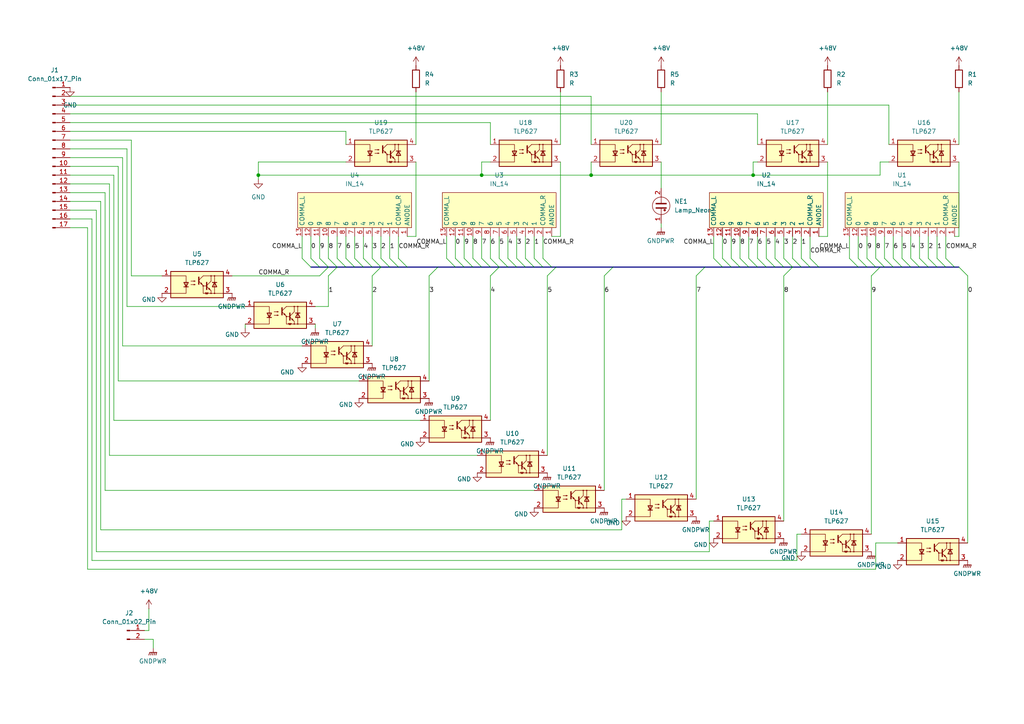
<source format=kicad_sch>
(kicad_sch (version 20231120) (generator "eeschema") (generator_version "8.0")
  (paper "A4")
  (lib_symbols
    (symbol "Connector:Conn_01x02_Pin" (pin_names (offset 1.016) hide)
      (property "Reference" "J" (at 0 2.54 0))
      (property "Value" "Conn_01x02_Pin" (at 0 -5.08 0))
      (symbol "Conn_01x02_Pin_1_1"
        (polyline (pts (xy 1.27 -2.54) (xy 0.8636 -2.54)) (stroke (width 0.1524)))
        (polyline (pts (xy 1.27 0) (xy 0.8636 0)) (stroke (width 0.1524)))
        (rectangle (start 0.8636 -2.413) (end 0 -2.667) (stroke (width 0.1524)) (fill (type outline)))
        (rectangle (start 0.8636 0.127) (end 0 -0.127) (stroke (width 0.1524)) (fill (type outline)))
        (pin passive line (at 5.08 0 180) (length 3.81) (name "Pin_1") (number "1"))
        (pin passive line (at 5.08 -2.54 180) (length 3.81) (name "Pin_2") (number "2"))
      )
    )
    (symbol "Connector:Conn_01x17_Pin" (pin_names (offset 1.016) hide)
      (property "Reference" "J" (at 0 22.86 0))
      (property "Value" "Conn_01x17_Pin" (at 0 -22.86 0))
      (symbol "Conn_01x17_Pin_1_1"
        (polyline (pts (xy 1.27 -20.32) (xy 0.8636 -20.32)) (stroke (width 0.1524)))
        (polyline (pts (xy 1.27 -17.78) (xy 0.8636 -17.78)) (stroke (width 0.1524)))
        (polyline (pts (xy 1.27 -15.24) (xy 0.8636 -15.24)) (stroke (width 0.1524)))
        (polyline (pts (xy 1.27 -12.7) (xy 0.8636 -12.7)) (stroke (width 0.1524)))
        (polyline (pts (xy 1.27 -10.16) (xy 0.8636 -10.16)) (stroke (width 0.1524)))
        (polyline (pts (xy 1.27 -7.62) (xy 0.8636 -7.62)) (stroke (width 0.1524)))
        (polyline (pts (xy 1.27 -5.08) (xy 0.8636 -5.08)) (stroke (width 0.1524)))
        (polyline (pts (xy 1.27 -2.54) (xy 0.8636 -2.54)) (stroke (width 0.1524)))
        (polyline (pts (xy 1.27 0) (xy 0.8636 0)) (stroke (width 0.1524)))
        (polyline (pts (xy 1.27 2.54) (xy 0.8636 2.54)) (stroke (width 0.1524)))
        (polyline (pts (xy 1.27 5.08) (xy 0.8636 5.08)) (stroke (width 0.1524)))
        (polyline (pts (xy 1.27 7.62) (xy 0.8636 7.62)) (stroke (width 0.1524)))
        (polyline (pts (xy 1.27 10.16) (xy 0.8636 10.16)) (stroke (width 0.1524)))
        (polyline (pts (xy 1.27 12.7) (xy 0.8636 12.7)) (stroke (width 0.1524)))
        (polyline (pts (xy 1.27 15.24) (xy 0.8636 15.24)) (stroke (width 0.1524)))
        (polyline (pts (xy 1.27 17.78) (xy 0.8636 17.78)) (stroke (width 0.1524)))
        (polyline (pts (xy 1.27 20.32) (xy 0.8636 20.32)) (stroke (width 0.1524)))
        (rectangle (start 0.8636 -20.193) (end 0 -20.447) (stroke (width 0.1524)) (fill (type outline)))
        (rectangle (start 0.8636 -17.653) (end 0 -17.907) (stroke (width 0.1524)) (fill (type outline)))
        (rectangle (start 0.8636 -15.113) (end 0 -15.367) (stroke (width 0.1524)) (fill (type outline)))
        (rectangle (start 0.8636 -12.573) (end 0 -12.827) (stroke (width 0.1524)) (fill (type outline)))
        (rectangle (start 0.8636 -10.033) (end 0 -10.287) (stroke (width 0.1524)) (fill (type outline)))
        (rectangle (start 0.8636 -7.493) (end 0 -7.747) (stroke (width 0.1524)) (fill (type outline)))
        (rectangle (start 0.8636 -4.953) (end 0 -5.207) (stroke (width 0.1524)) (fill (type outline)))
        (rectangle (start 0.8636 -2.413) (end 0 -2.667) (stroke (width 0.1524)) (fill (type outline)))
        (rectangle (start 0.8636 0.127) (end 0 -0.127) (stroke (width 0.1524)) (fill (type outline)))
        (rectangle (start 0.8636 2.667) (end 0 2.413) (stroke (width 0.1524)) (fill (type outline)))
        (rectangle (start 0.8636 5.207) (end 0 4.953) (stroke (width 0.1524)) (fill (type outline)))
        (rectangle (start 0.8636 7.747) (end 0 7.493) (stroke (width 0.1524)) (fill (type outline)))
        (rectangle (start 0.8636 10.287) (end 0 10.033) (stroke (width 0.1524)) (fill (type outline)))
        (rectangle (start 0.8636 12.827) (end 0 12.573) (stroke (width 0.1524)) (fill (type outline)))
        (rectangle (start 0.8636 15.367) (end 0 15.113) (stroke (width 0.1524)) (fill (type outline)))
        (rectangle (start 0.8636 17.907) (end 0 17.653) (stroke (width 0.1524)) (fill (type outline)))
        (rectangle (start 0.8636 20.447) (end 0 20.193) (stroke (width 0.1524)) (fill (type outline)))
        (pin passive line (at 5.08 20.32 180) (length 3.81) (name "Pin_1") (number "1"))
        (pin passive line (at 5.08 -2.54 180) (length 3.81) (name "Pin_10") (number "10"))
        (pin passive line (at 5.08 -5.08 180) (length 3.81) (name "Pin_11") (number "11"))
        (pin passive line (at 5.08 -7.62 180) (length 3.81) (name "Pin_12") (number "12"))
        (pin passive line (at 5.08 -10.16 180) (length 3.81) (name "Pin_13") (number "13"))
        (pin passive line (at 5.08 -12.7 180) (length 3.81) (name "Pin_14") (number "14"))
        (pin passive line (at 5.08 -15.24 180) (length 3.81) (name "Pin_15") (number "15"))
        (pin passive line (at 5.08 -17.78 180) (length 3.81) (name "Pin_16") (number "16"))
        (pin passive line (at 5.08 -20.32 180) (length 3.81) (name "Pin_17") (number "17"))
        (pin passive line (at 5.08 17.78 180) (length 3.81) (name "Pin_2") (number "2"))
        (pin passive line (at 5.08 15.24 180) (length 3.81) (name "Pin_3") (number "3"))
        (pin passive line (at 5.08 12.7 180) (length 3.81) (name "Pin_4") (number "4"))
        (pin passive line (at 5.08 10.16 180) (length 3.81) (name "Pin_5") (number "5"))
        (pin passive line (at 5.08 7.62 180) (length 3.81) (name "Pin_6") (number "6"))
        (pin passive line (at 5.08 5.08 180) (length 3.81) (name "Pin_7") (number "7"))
        (pin passive line (at 5.08 2.54 180) (length 3.81) (name "Pin_8") (number "8"))
        (pin passive line (at 5.08 0 180) (length 3.81) (name "Pin_9") (number "9"))
      )
    )
    (symbol "Device:Lamp_Neon" (pin_names (offset 0.0254) hide)
      (property "Reference" "NE" (at 0.635 3.81 0))
      (property "Value" "Lamp_Neon" (at 0.635 -3.81 0))
      (symbol "Lamp_Neon_0_1"
        (rectangle (start -1.524 -0.508) (end 1.524 -0.762) (fill (type outline)))
        (rectangle (start -1.524 0.762) (end 1.524 0.508) (fill (type outline)))
        (polyline (pts (xy 0 -2.54) (xy 0 -0.762)))
        (polyline (pts (xy 0 0.762) (xy 0 2.54)))
        (circle (center 0 0) (radius 2.54))
        (circle (center 1.016 -1.27) (radius 0.254) (fill (type outline)))
      )
      (symbol "Lamp_Neon_1_1"
        (pin passive line (at 0 -5.08 90) (length 2.54) (name "~") (number "1"))
        (pin passive line (at 0 5.08 270) (length 2.54) (name "~") (number "2"))
      )
    )
    (symbol "Device:R" (pin_numbers hide) (pin_names (offset 0))
      (property "Reference" "R" (at 2.032 0 90))
      (property "Value" "R" (at 0 0 90))
      (symbol "R_0_1"
        (rectangle (start -1.016 -2.54) (end 1.016 2.54) (stroke (width 0.254)))
      )
      (symbol "R_1_1"
        (pin passive line (at 0 3.81 270) (length 1.27) (name "~") (number "1"))
        (pin passive line (at 0 -3.81 90) (length 1.27) (name "~") (number "2"))
      )
    )
    (symbol "Isolator:TLP627" (pin_names (offset 1.016))
      (property "Reference" "U" (at -7.62 5.08 0))
      (property "Value" "TLP627" (at 0 5.08 0))
      (symbol "TLP627_0_1"
        (rectangle (start -7.62 3.81) (end 7.62 -3.81) (stroke (width 0.254)) (fill (type background)))
        (polyline (pts (xy -3.81 -0.635) (xy -2.54 -0.635)) (stroke (width 0.254)))
        (polyline (pts (xy 0.508 1.016) (xy 1.778 -0.254)))
        (polyline (pts (xy 0.508 1.27) (xy 1.778 2.54)))
        (polyline (pts (xy 0.508 2.159) (xy 0.508 0.127)) (stroke (width 0.3556)))
        (polyline (pts (xy 1.778 2.54) (xy 7.62 2.54)))
        (polyline (pts (xy 2.794 -0.508) (xy 4.064 -1.778)))
        (polyline (pts (xy 2.794 -0.381) (xy 1.778 -0.381)))
        (polyline (pts (xy 2.794 -0.254) (xy 4.064 1.016)))
        (polyline (pts (xy 4.064 -2.54) (xy 7.62 -2.54)))
        (polyline (pts (xy 4.064 -1.778) (xy 4.064 -2.54)))
        (polyline (pts (xy 4.064 1.016) (xy 4.064 2.54)))
        (polyline (pts (xy 4.445 0.635) (xy 5.715 0.635)) (stroke (width 0.254)))
        (polyline (pts (xy 5.08 -0.635) (xy 5.08 -2.54)))
        (polyline (pts (xy 5.08 -0.635) (xy 5.08 2.54)))
        (polyline (pts (xy -7.62 2.54) (xy -3.175 2.54) (xy -3.175 0.635)))
        (polyline (pts (xy -3.175 0.762) (xy -3.175 -2.54) (xy -7.62 -2.54)))
        (polyline (pts (xy 2.794 0.635) (xy 2.794 -1.397) (xy 2.794 -1.397)) (stroke (width 0.3556)))
        (polyline (pts (xy -3.175 -0.635) (xy -3.81 0.635) (xy -2.54 0.635) (xy -3.175 -0.635)) (stroke (width 0.254)))
        (polyline (pts (xy 1.524 0) (xy 1.27 0.508) (xy 1.016 0.254) (xy 1.524 0)))
        (polyline (pts (xy 3.81 -1.524) (xy 3.556 -1.016) (xy 3.302 -1.27) (xy 3.81 -1.524)))
        (polyline (pts (xy 5.08 0.635) (xy 4.445 -0.635) (xy 5.715 -0.635) (xy 5.08 0.635)) (stroke (width 0.254)))
        (polyline (pts (xy -1.778 0) (xy -0.508 0) (xy -0.889 -0.127) (xy -0.889 0.127) (xy -0.508 0)))
        (polyline (pts (xy -1.778 1.016) (xy -0.508 1.016) (xy -0.889 0.889) (xy -0.889 1.143) (xy -0.508 1.016)))
        (polyline (pts (xy 1.778 -0.254) (xy 1.778 -2.54) (xy 2.286 -2.54) (xy 2.413 -2.286) (xy 2.54 -2.794) (xy 2.667 -2.286) (xy 2.794 -2.794) (xy 2.921 -2.286) (xy 3.048 -2.794) (xy 3.175 -2.286) (xy 3.302 -2.54) (xy 4.064 -2.54)))
        (circle (center 1.778 -0.381) (radius 0.127))
        (circle (center 4.064 -2.54) (radius 0.127))
        (circle (center 4.064 2.54) (radius 0.127))
        (circle (center 5.08 -2.54) (radius 0.127))
        (circle (center 5.08 2.54) (radius 0.127))
      )
      (symbol "TLP627_1_1"
        (pin passive line (at -10.16 2.54 0) (length 2.54) (name "~") (number "1"))
        (pin passive line (at -10.16 -2.54 0) (length 2.54) (name "~") (number "2"))
        (pin passive line (at 10.16 -2.54 180) (length 2.54) (name "~") (number "3"))
        (pin passive line (at 10.16 2.54 180) (length 2.54) (name "~") (number "4"))
      )
    )
    (symbol "in_14:IN_14"
      (property "Reference" "U" (at -3.302 18.542 0))
      (property "Value" "IN_14" (at -1.27 16.51 0))
      (symbol "IN_14_1_1"
        (rectangle (start -5.08 15.24) (end 5.08 -17.78) (fill (type background)))
        (pin power_in line (at -7.62 -16.51 0) (length 2.54) (name "ANODE") (number "1"))
        (pin unspecified line (at -7.62 6.35 0) (length 2.54) (name "8") (number "10"))
        (pin unspecified line (at -7.62 8.89 0) (length 2.54) (name "9") (number "11"))
        (pin unspecified line (at -7.62 11.43 0) (length 2.54) (name "0") (number "12"))
        (pin unspecified line (at -7.62 13.97 0) (length 2.54) (name "COMMA_L") (number "13"))
        (pin unspecified line (at -7.62 -13.97 0) (length 2.54) (name "COMMA_R") (number "2"))
        (pin unspecified line (at -7.62 -11.43 0) (length 2.54) (name "1") (number "3"))
        (pin unspecified line (at -7.62 -8.89 0) (length 2.54) (name "2") (number "4"))
        (pin unspecified line (at -7.62 -6.35 0) (length 2.54) (name "3") (number "5"))
        (pin unspecified line (at -7.62 -3.81 0) (length 2.54) (name "4") (number "6"))
        (pin unspecified line (at -7.62 -1.27 0) (length 2.54) (name "5") (number "7"))
        (pin unspecified line (at -7.62 1.27 0) (length 2.54) (name "6") (number "8"))
        (pin unspecified line (at -7.62 3.81 0) (length 2.54) (name "7") (number "9"))
      )
    )
    (symbol "power:+48V" (power) (pin_numbers hide) (pin_names (offset 0) hide)
      (property "Value" "+48V" (at 0 3.556 0))
      (symbol "+48V_0_1"
        (polyline (pts (xy -0.762 1.27) (xy 0 2.54)))
        (polyline (pts (xy 0 0) (xy 0 2.54)))
        (polyline (pts (xy 0 2.54) (xy 0.762 1.27)))
      )
      (symbol "+48V_1_1"
        (pin power_in line (at 0 0 90) (length 0) (name "~") (number "1"))
      )
    )
    (symbol "power:GND" (power) (pin_numbers hide) (pin_names (offset 0) hide)
      (property "Value" "GND" (at 0 -3.81 0))
      (symbol "GND_0_1"
        (polyline (pts (xy 0 0) (xy 0 -1.27) (xy 1.27 -1.27) (xy 0 -2.54) (xy -1.27 -1.27) (xy 0 -1.27)))
      )
      (symbol "GND_1_1"
        (pin power_in line (at 0 0 270) (length 0) (name "~") (number "1"))
      )
    )
    (symbol "power:GNDPWR" (power) (pin_numbers hide) (pin_names (offset 0) hide)
      (property "Value" "GNDPWR" (at 0 -3.302 0))
      (symbol "GNDPWR_0_1"
        (polyline (pts (xy 0 -1.27) (xy 0 0)))
        (polyline (pts (xy -1.016 -1.27) (xy -1.27 -2.032) (xy -1.27 -2.032)) (stroke (width 0.2032)))
        (polyline (pts (xy -0.508 -1.27) (xy -0.762 -2.032) (xy -0.762 -2.032)) (stroke (width 0.2032)))
        (polyline (pts (xy 0 -1.27) (xy -0.254 -2.032) (xy -0.254 -2.032)) (stroke (width 0.2032)))
        (polyline (pts (xy 0.508 -1.27) (xy 0.254 -2.032) (xy 0.254 -2.032)) (stroke (width 0.2032)))
        (polyline (pts (xy 1.016 -1.27) (xy -1.016 -1.27) (xy -1.016 -1.27)) (stroke (width 0.2032)))
        (polyline (pts (xy 1.016 -1.27) (xy 0.762 -2.032) (xy 0.762 -2.032) (xy 0.762 -2.032)) (stroke (width 0.2032)))
      )
      (symbol "GNDPWR_1_1"
        (pin power_in line (at 0 0 270) (length 0) (name "~") (number "1"))
      )
    )
  )
  (junction (at 218.44 50.8))
  (junction (at 74.93 50.8))
  (junction (at 171.45 50.8))
  (junction (at 139.7 50.8))
  (bus_entry (at 207.01 74.93) (size 2.54 2.54))
  (bus_entry (at 214.63 74.93) (size 2.54 2.54))
  (bus_entry (at 232.41 74.93) (size 2.54 2.54))
  (bus_entry (at 229.87 74.93) (size 2.54 2.54))
  (bus_entry (at 142.24 74.93) (size 2.54 2.54))
  (bus_entry (at 259.08 74.93) (size 2.54 2.54))
  (bus_entry (at 274.32 74.93) (size 2.54 2.54))
  (bus_entry (at 129.54 74.93) (size 2.54 2.54))
  (bus_entry (at 134.62 74.93) (size 2.54 2.54))
  (bus_entry (at 139.7 74.93) (size 2.54 2.54))
  (bus_entry (at 209.55 74.93) (size 2.54 2.54))
  (bus_entry (at 90.17 74.93) (size 2.54 2.54))
  (bus_entry (at 251.46 74.93) (size 2.54 2.54))
  (bus_entry (at 87.63 74.93) (size 2.54 2.54))
  (bus_entry (at 147.32 74.93) (size 2.54 2.54))
  (bus_entry (at 254 74.93) (size 2.54 2.54))
  (bus_entry (at 175.26 80.01) (size 2.54 -2.54))
  (bus_entry (at 157.48 74.93) (size 2.54 2.54))
  (bus_entry (at 144.78 74.93) (size 2.54 2.54))
  (bus_entry (at 227.33 80.01) (size 2.54 -2.54))
  (bus_entry (at 115.57 74.93) (size 2.54 2.54))
  (bus_entry (at 280.67 80.01) (size -2.54 -2.54))
  (bus_entry (at 113.03 74.93) (size 2.54 2.54))
  (bus_entry (at 234.95 74.93) (size 2.54 2.54))
  (bus_entry (at 149.86 74.93) (size 2.54 2.54))
  (bus_entry (at 102.87 74.93) (size 2.54 2.54))
  (bus_entry (at 154.94 74.93) (size 2.54 2.54))
  (bus_entry (at 261.62 74.93) (size 2.54 2.54))
  (bus_entry (at 246.38 74.93) (size 2.54 2.54))
  (bus_entry (at 107.95 74.93) (size 2.54 2.54))
  (bus_entry (at 152.4 74.93) (size 2.54 2.54))
  (bus_entry (at 266.7 74.93) (size 2.54 2.54))
  (bus_entry (at 158.75 80.01) (size 2.54 -2.54))
  (bus_entry (at 100.33 74.93) (size 2.54 2.54))
  (bus_entry (at 227.33 74.93) (size 2.54 2.54))
  (bus_entry (at 219.71 74.93) (size 2.54 2.54))
  (bus_entry (at 92.71 74.93) (size 2.54 2.54))
  (bus_entry (at 105.41 74.93) (size 2.54 2.54))
  (bus_entry (at 256.54 74.93) (size 2.54 2.54))
  (bus_entry (at 124.46 80.01) (size 2.54 -2.54))
  (bus_entry (at 137.16 74.93) (size 2.54 2.54))
  (bus_entry (at 217.17 74.93) (size 2.54 2.54))
  (bus_entry (at 95.25 74.93) (size 2.54 2.54))
  (bus_entry (at 264.16 74.93) (size 2.54 2.54))
  (bus_entry (at 92.71 80.01) (size 2.54 -2.54))
  (bus_entry (at 269.24 74.93) (size 2.54 2.54))
  (bus_entry (at 142.24 80.01) (size 2.54 -2.54))
  (bus_entry (at 201.93 80.01) (size 2.54 -2.54))
  (bus_entry (at 110.49 74.93) (size 2.54 2.54))
  (bus_entry (at 97.79 74.93) (size 2.54 2.54))
  (bus_entry (at 95.25 80.01) (size 2.54 -2.54))
  (bus_entry (at 252.73 80.01) (size 2.54 -2.54))
  (bus_entry (at 224.79 74.93) (size 2.54 2.54))
  (bus_entry (at 271.78 74.93) (size 2.54 2.54))
  (bus_entry (at 107.95 80.01) (size 2.54 -2.54))
  (bus_entry (at 248.92 74.93) (size 2.54 2.54))
  (bus_entry (at 212.09 74.93) (size 2.54 2.54))
  (bus_entry (at 132.08 74.93) (size 2.54 2.54))
  (bus_entry (at 222.25 74.93) (size 2.54 2.54))
  (bus (pts (xy 132.08 77.47) (xy 134.62 77.47)))
  (wire (pts (xy 38.1 80.01) (xy 46.99 80.01)))
  (bus (pts (xy 266.7 77.47) (xy 269.24 77.47)))
  (wire (pts (xy 214.63 68.58) (xy 214.63 74.93)))
  (wire (pts (xy 95.25 80.01) (xy 95.25 88.9)))
  (wire (pts (xy 26.67 162.56) (xy 26.67 63.5)))
  (wire (pts (xy 36.83 88.9) (xy 36.83 43.18)))
  (wire (pts (xy 207.01 68.58) (xy 207.01 74.93)))
  (bus (pts (xy 229.87 77.47) (xy 232.41 77.47)))
  (wire (pts (xy 219.71 68.58) (xy 219.71 74.93)))
  (bus (pts (xy 154.94 77.47) (xy 157.48 77.47)))
  (bus (pts (xy 110.49 77.47) (xy 113.03 77.47)))
  (wire (pts (xy 91.44 93.98) (xy 91.44 95.25)))
  (wire (pts (xy 90.17 68.58) (xy 90.17 74.93)))
  (bus (pts (xy 161.29 77.47) (xy 177.8 77.47)))
  (wire (pts (xy 29.21 153.67) (xy 180.34 153.67)))
  (bus (pts (xy 209.55 77.47) (xy 212.09 77.47)))
  (wire (pts (xy 71.12 93.98) (xy 71.12 95.25)))
  (wire (pts (xy 27.94 160.02) (xy 205.74 160.02)))
  (wire (pts (xy 105.41 68.58) (xy 105.41 74.93)))
  (wire (pts (xy 139.7 50.8) (xy 74.93 50.8)))
  (bus (pts (xy 256.54 77.47) (xy 259.08 77.47)))
  (wire (pts (xy 259.08 68.58) (xy 259.08 74.93)))
  (bus (pts (xy 276.86 77.47) (xy 278.13 77.47)))
  (wire (pts (xy 25.4 165.1) (xy 254 165.1)))
  (wire (pts (xy 30.48 55.88) (xy 20.32 55.88)))
  (wire (pts (xy 144.78 68.58) (xy 144.78 74.93)))
  (wire (pts (xy 191.77 46.99) (xy 191.77 54.61)))
  (wire (pts (xy 20.32 38.1) (xy 100.33 38.1)))
  (wire (pts (xy 207.01 151.13) (xy 205.74 151.13)))
  (wire (pts (xy 280.67 80.01) (xy 280.67 157.48)))
  (bus (pts (xy 217.17 77.47) (xy 219.71 77.47)))
  (bus (pts (xy 90.17 77.47) (xy 92.71 77.47)))
  (wire (pts (xy 41.91 185.42) (xy 44.45 185.42)))
  (wire (pts (xy 132.08 68.58) (xy 132.08 74.93)))
  (wire (pts (xy 139.7 46.99) (xy 139.7 50.8)))
  (wire (pts (xy 95.25 68.58) (xy 95.25 74.93)))
  (bus (pts (xy 95.25 77.47) (xy 97.79 77.47)))
  (wire (pts (xy 212.09 68.58) (xy 212.09 74.93)))
  (bus (pts (xy 113.03 77.47) (xy 115.57 77.47)))
  (wire (pts (xy 120.65 68.58) (xy 118.11 68.58)))
  (wire (pts (xy 29.21 58.42) (xy 20.32 58.42)))
  (bus (pts (xy 102.87 77.47) (xy 105.41 77.47)))
  (bus (pts (xy 234.95 77.47) (xy 237.49 77.47)))
  (wire (pts (xy 20.32 30.48) (xy 257.81 30.48)))
  (bus (pts (xy 134.62 77.47) (xy 137.16 77.47)))
  (wire (pts (xy 31.75 53.34) (xy 20.32 53.34)))
  (bus (pts (xy 115.57 77.47) (xy 118.11 77.47)))
  (wire (pts (xy 74.93 46.99) (xy 74.93 50.8)))
  (wire (pts (xy 38.1 80.01) (xy 38.1 40.64)))
  (wire (pts (xy 44.45 185.42) (xy 44.45 187.96)))
  (bus (pts (xy 274.32 77.47) (xy 276.86 77.47)))
  (wire (pts (xy 100.33 41.91) (xy 100.33 38.1)))
  (wire (pts (xy 240.03 68.58) (xy 237.49 68.58)))
  (wire (pts (xy 134.62 68.58) (xy 134.62 74.93)))
  (wire (pts (xy 254 68.58) (xy 254 74.93)))
  (wire (pts (xy 124.46 80.01) (xy 124.46 110.49)))
  (bus (pts (xy 92.71 77.47) (xy 95.25 77.47)))
  (wire (pts (xy 142.24 80.01) (xy 142.24 121.92)))
  (wire (pts (xy 36.83 43.18) (xy 20.32 43.18)))
  (wire (pts (xy 248.92 68.58) (xy 248.92 74.93)))
  (wire (pts (xy 107.95 68.58) (xy 107.95 74.93)))
  (wire (pts (xy 120.65 46.99) (xy 120.65 68.58)))
  (wire (pts (xy 74.93 46.99) (xy 100.33 46.99)))
  (wire (pts (xy 26.67 63.5) (xy 20.32 63.5)))
  (wire (pts (xy 87.63 68.58) (xy 87.63 74.93)))
  (wire (pts (xy 31.75 132.08) (xy 138.43 132.08)))
  (wire (pts (xy 255.27 50.8) (xy 218.44 50.8)))
  (wire (pts (xy 162.56 68.58) (xy 160.02 68.58)))
  (bus (pts (xy 144.78 77.47) (xy 147.32 77.47)))
  (bus (pts (xy 219.71 77.47) (xy 222.25 77.47)))
  (wire (pts (xy 255.27 46.99) (xy 255.27 50.8)))
  (wire (pts (xy 175.26 80.01) (xy 175.26 142.24)))
  (wire (pts (xy 139.7 68.58) (xy 139.7 74.93)))
  (wire (pts (xy 171.45 50.8) (xy 139.7 50.8)))
  (wire (pts (xy 149.86 68.58) (xy 149.86 74.93)))
  (wire (pts (xy 191.77 64.77) (xy 191.77 66.04)))
  (wire (pts (xy 264.16 68.58) (xy 264.16 74.93)))
  (bus (pts (xy 149.86 77.47) (xy 152.4 77.47)))
  (wire (pts (xy 219.71 46.99) (xy 218.44 46.99)))
  (bus (pts (xy 100.33 77.47) (xy 102.87 77.47)))
  (wire (pts (xy 35.56 100.33) (xy 87.63 100.33)))
  (bus (pts (xy 269.24 77.47) (xy 271.78 77.47)))
  (wire (pts (xy 269.24 68.58) (xy 269.24 74.93)))
  (bus (pts (xy 227.33 77.47) (xy 229.87 77.47)))
  (wire (pts (xy 25.4 165.1) (xy 25.4 66.04)))
  (wire (pts (xy 20.32 35.56) (xy 142.24 35.56)))
  (wire (pts (xy 276.86 68.58) (xy 278.13 68.58)))
  (wire (pts (xy 181.61 144.78) (xy 180.34 144.78)))
  (bus (pts (xy 142.24 77.47) (xy 144.78 77.47)))
  (bus (pts (xy 237.49 77.47) (xy 248.92 77.47)))
  (wire (pts (xy 256.54 68.58) (xy 256.54 74.93)))
  (wire (pts (xy 33.02 50.8) (xy 20.32 50.8)))
  (bus (pts (xy 264.16 77.47) (xy 266.7 77.47)))
  (wire (pts (xy 191.77 26.67) (xy 191.77 41.91)))
  (wire (pts (xy 218.44 50.8) (xy 171.45 50.8)))
  (bus (pts (xy 224.79 77.47) (xy 227.33 77.47)))
  (wire (pts (xy 205.74 151.13) (xy 205.74 160.02)))
  (wire (pts (xy 129.54 68.58) (xy 129.54 74.93)))
  (wire (pts (xy 147.32 68.58) (xy 147.32 74.93)))
  (bus (pts (xy 137.16 77.47) (xy 139.7 77.47)))
  (wire (pts (xy 35.56 45.72) (xy 20.32 45.72)))
  (wire (pts (xy 34.29 110.49) (xy 34.29 48.26)))
  (wire (pts (xy 240.03 46.99) (xy 240.03 68.58)))
  (wire (pts (xy 27.94 160.02) (xy 27.94 60.96)))
  (bus (pts (xy 147.32 77.47) (xy 149.86 77.47)))
  (wire (pts (xy 180.34 144.78) (xy 180.34 153.67)))
  (wire (pts (xy 74.93 50.8) (xy 74.93 52.07)))
  (wire (pts (xy 38.1 40.64) (xy 20.32 40.64)))
  (wire (pts (xy 252.73 80.01) (xy 252.73 154.94)))
  (wire (pts (xy 209.55 68.58) (xy 209.55 74.93)))
  (wire (pts (xy 201.93 80.01) (xy 201.93 144.78)))
  (wire (pts (xy 91.44 88.9) (xy 95.25 88.9)))
  (wire (pts (xy 107.95 80.01) (xy 107.95 100.33)))
  (wire (pts (xy 222.25 68.58) (xy 222.25 74.93)))
  (wire (pts (xy 26.67 162.56) (xy 231.14 162.56)))
  (wire (pts (xy 227.33 80.01) (xy 227.33 151.13)))
  (wire (pts (xy 162.56 26.67) (xy 162.56 41.91)))
  (wire (pts (xy 266.7 68.58) (xy 266.7 74.93)))
  (wire (pts (xy 33.02 121.92) (xy 33.02 50.8)))
  (bus (pts (xy 160.02 77.47) (xy 161.29 77.47)))
  (bus (pts (xy 251.46 77.47) (xy 254 77.47)))
  (wire (pts (xy 246.38 68.58) (xy 246.38 74.93)))
  (bus (pts (xy 232.41 77.47) (xy 234.95 77.47)))
  (wire (pts (xy 152.4 68.58) (xy 152.4 74.93)))
  (wire (pts (xy 110.49 68.58) (xy 110.49 74.93)))
  (bus (pts (xy 157.48 77.47) (xy 160.02 77.47)))
  (wire (pts (xy 34.29 48.26) (xy 20.32 48.26)))
  (wire (pts (xy 20.32 27.94) (xy 171.45 27.94)))
  (wire (pts (xy 142.24 46.99) (xy 139.7 46.99)))
  (bus (pts (xy 271.78 77.47) (xy 274.32 77.47)))
  (bus (pts (xy 105.41 77.47) (xy 107.95 77.47)))
  (wire (pts (xy 41.91 182.88) (xy 43.18 182.88)))
  (wire (pts (xy 157.48 68.58) (xy 157.48 74.93)))
  (wire (pts (xy 278.13 46.99) (xy 278.13 68.58)))
  (wire (pts (xy 219.71 41.91) (xy 219.71 33.02)))
  (wire (pts (xy 92.71 68.58) (xy 92.71 74.93)))
  (wire (pts (xy 67.31 80.01) (xy 92.71 80.01)))
  (wire (pts (xy 102.87 68.58) (xy 102.87 74.93)))
  (bus (pts (xy 139.7 77.47) (xy 142.24 77.47)))
  (wire (pts (xy 142.24 41.91) (xy 142.24 35.56)))
  (wire (pts (xy 224.79 68.58) (xy 224.79 74.93)))
  (bus (pts (xy 212.09 77.47) (xy 214.63 77.47)))
  (wire (pts (xy 100.33 68.58) (xy 100.33 74.93)))
  (wire (pts (xy 251.46 68.58) (xy 251.46 74.93)))
  (wire (pts (xy 232.41 68.58) (xy 232.41 74.93)))
  (wire (pts (xy 217.17 68.58) (xy 217.17 74.93)))
  (bus (pts (xy 152.4 77.47) (xy 154.94 77.47)))
  (wire (pts (xy 33.02 121.92) (xy 121.92 121.92)))
  (wire (pts (xy 31.75 132.08) (xy 31.75 53.34)))
  (wire (pts (xy 218.44 46.99) (xy 218.44 50.8)))
  (wire (pts (xy 257.81 41.91) (xy 257.81 30.48)))
  (wire (pts (xy 261.62 68.58) (xy 261.62 74.93)))
  (wire (pts (xy 158.75 80.01) (xy 158.75 132.08)))
  (wire (pts (xy 154.94 68.58) (xy 154.94 74.93)))
  (wire (pts (xy 27.94 60.96) (xy 20.32 60.96)))
  (bus (pts (xy 127 77.47) (xy 132.08 77.47)))
  (bus (pts (xy 261.62 77.47) (xy 264.16 77.47)))
  (wire (pts (xy 254 157.48) (xy 254 165.1)))
  (wire (pts (xy 43.18 182.88) (xy 43.18 176.53)))
  (bus (pts (xy 259.08 77.47) (xy 261.62 77.47)))
  (wire (pts (xy 234.95 68.58) (xy 234.95 74.93)))
  (bus (pts (xy 254 77.47) (xy 255.27 77.47)))
  (wire (pts (xy 171.45 41.91) (xy 171.45 27.94)))
  (wire (pts (xy 30.48 142.24) (xy 154.94 142.24)))
  (wire (pts (xy 113.03 68.58) (xy 113.03 74.93)))
  (wire (pts (xy 229.87 68.58) (xy 229.87 74.93)))
  (wire (pts (xy 35.56 100.33) (xy 35.56 45.72)))
  (wire (pts (xy 240.03 26.67) (xy 240.03 41.91)))
  (wire (pts (xy 227.33 68.58) (xy 227.33 74.93)))
  (wire (pts (xy 34.29 110.49) (xy 104.14 110.49)))
  (wire (pts (xy 257.81 46.99) (xy 255.27 46.99)))
  (bus (pts (xy 177.8 77.47) (xy 204.47 77.47)))
  (wire (pts (xy 115.57 68.58) (xy 115.57 74.93)))
  (wire (pts (xy 231.14 154.94) (xy 231.14 162.56)))
  (wire (pts (xy 271.78 68.58) (xy 271.78 74.93)))
  (bus (pts (xy 255.27 77.47) (xy 256.54 77.47)))
  (wire (pts (xy 274.32 68.58) (xy 274.32 74.93)))
  (wire (pts (xy 36.83 88.9) (xy 71.12 88.9)))
  (wire (pts (xy 20.32 33.02) (xy 219.71 33.02)))
  (bus (pts (xy 248.92 77.47) (xy 251.46 77.47)))
  (wire (pts (xy 30.48 142.24) (xy 30.48 55.88)))
  (bus (pts (xy 204.47 77.47) (xy 209.55 77.47)))
  (wire (pts (xy 162.56 46.99) (xy 162.56 68.58)))
  (wire (pts (xy 25.4 66.04) (xy 20.32 66.04)))
  (wire (pts (xy 171.45 46.99) (xy 171.45 50.8)))
  (wire (pts (xy 260.35 157.48) (xy 254 157.48)))
  (bus (pts (xy 107.95 77.47) (xy 110.49 77.47)))
  (wire (pts (xy 137.16 68.58) (xy 137.16 74.93)))
  (bus (pts (xy 214.63 77.47) (xy 217.17 77.47)))
  (wire (pts (xy 142.24 68.58) (xy 142.24 74.93)))
  (bus (pts (xy 118.11 77.47) (xy 127 77.47)))
  (wire (pts (xy 278.13 26.67) (xy 278.13 41.91)))
  (wire (pts (xy 232.41 154.94) (xy 231.14 154.94)))
  (wire (pts (xy 97.79 68.58) (xy 97.79 74.93)))
  (bus (pts (xy 97.79 77.47) (xy 100.33 77.47)))
  (bus (pts (xy 222.25 77.47) (xy 224.79 77.47)))
  (wire (pts (xy 120.65 26.67) (xy 120.65 41.91)))
  (wire (pts (xy 29.21 153.67) (xy 29.21 58.42)))
  (label "1" (at 271.78 72.39 0))
  (label "COMMA_R" (at 74.93 80.01 0))
  (label "9" (at 92.71 72.39 0))
  (label "7" (at 201.93 85.09 0))
  (label "4" (at 147.32 71.12 0))
  (label "6" (at 259.08 72.39 0))
  (label "COMMA_L" (at 87.63 72.39 180))
  (label "2" (at 152.4 71.12 0))
  (label "0" (at 248.92 72.39 0))
  (label "0" (at 209.55 71.12 0))
  (label "6" (at 175.26 85.09 0))
  (label "6" (at 142.24 71.12 0))
  (label "COMMA_R" (at 115.57 72.39 0))
  (label "0" (at 280.67 85.09 0))
  (label "4" (at 142.24 85.09 0))
  (label "5" (at 261.62 72.39 0))
  (label "9" (at 134.62 71.12 0))
  (label "5" (at 158.75 85.09 0))
  (label "COMMA_R" (at 274.32 72.39 0))
  (label "3" (at 124.46 85.09 0))
  (label "2" (at 107.95 85.09 0))
  (label "4" (at 105.41 72.39 0))
  (label "9" (at 251.46 72.39 0))
  (label "5" (at 144.78 71.12 0))
  (label "0" (at 90.17 72.39 0))
  (label "4" (at 224.79 71.12 0))
  (label "2" (at 269.24 72.39 0))
  (label "1" (at 95.25 85.09 0))
  (label "8" (at 227.33 85.09 0))
  (label "7" (at 139.7 71.12 0))
  (label "COMMA_L" (at 246.38 72.39 180))
  (label "9" (at 252.73 85.09 0))
  (label "1" (at 113.03 72.39 0))
  (label "0" (at 132.08 71.12 0))
  (label "3" (at 227.33 71.12 0))
  (label "COMMA_L" (at 207.01 71.12 180))
  (label "COMMA_R" (at 234.95 73.66 0))
  (label "7" (at 256.54 72.39 0))
  (label "2" (at 110.49 72.39 0))
  (label "8" (at 95.25 72.39 0))
  (label "3" (at 149.86 71.12 0))
  (label "COMMA_R" (at 157.48 71.12 0))
  (label "3" (at 266.7 72.39 0))
  (label "1" (at 232.41 71.12 0))
  (label "2" (at 229.87 71.12 0))
  (label "7" (at 97.79 72.39 0))
  (label "8" (at 137.16 71.12 0))
  (label "COMMA_L" (at 129.54 71.12 180))
  (label "9" (at 212.09 71.12 0))
  (label "8" (at 214.63 71.12 0))
  (label "4" (at 264.16 72.39 0))
  (label "8" (at 254 72.39 0))
  (label "1" (at 154.94 71.12 0))
  (label "3" (at 107.95 72.39 0))
  (label "6" (at 100.33 72.39 0))
  (label "6" (at 219.71 71.12 0))
  (label "5" (at 102.87 72.39 0))
  (label "5" (at 222.25 71.12 0))
  (label "7" (at 217.17 71.12 0))
  (symbol (lib_id "Isolator:TLP627") (at 267.97 44.45 0) (unit 1)
    (property "Reference" "U16" (at 267.97 35.56 0))
    (property "Value" "TLP627" (at 267.97 38.1 0))
    (property "Footprint" "Package_DIP:DIP-4_W7.62mm" (effects (hide yes)))
    (property "Datasheet" "https://toshiba.semicon-storage.com/info/docget.jsp?did=16914&prodName=TLP627" (effects (hide yes)))
    (property "Description" "DC Darlington Optocoupler, Vce 300V, CTR 1000%, DIP4" (effects (hide yes)))
  )
  (symbol (lib_id "power:GND") (at 138.43 137.16 0) (unit 1)
    (property "Reference" "#PWR024" (effects (hide yes)))
    (property "Value" "GND" (at 134.62 138.938 0))
    (property "Description" "Power symbol creates a global label with name \"GND\" , ground" (effects (hide yes)))
  )
  (symbol (lib_id "power:GND") (at 154.94 147.32 0) (unit 1)
    (property "Reference" "#PWR025" (effects (hide yes)))
    (property "Value" "GND" (at 151.13 149.098 0))
    (property "Description" "Power symbol creates a global label with name \"GND\" , ground" (effects (hide yes)))
  )
  (symbol (lib_id "power:GND") (at 104.14 115.57 0) (unit 1)
    (property "Reference" "#PWR022" (effects (hide yes)))
    (property "Value" "GND" (at 100.33 117.348 0))
    (property "Description" "Power symbol creates a global label with name \"GND\" , ground" (effects (hide yes)))
  )
  (symbol (lib_id "in_14:IN_14") (at 220.98 60.96 90) (unit 1)
    (property "Reference" "U2" (at 222.25 50.8 90))
    (property "Value" "IN_14" (at 222.25 53.34 90))
    (property "Footprint" "in_14:IN_14" (effects (hide yes)))
  )
  (symbol (lib_id "power:GND") (at 74.93 52.07 0) (unit 1)
    (property "Reference" "#PWR08" (effects (hide yes)))
    (property "Value" "GND" (at 74.93 57.15 0))
    (property "Description" "Power symbol creates a global label with name \"GND\" , ground" (effects (hide yes)))
  )
  (symbol (lib_id "Isolator:TLP627") (at 110.49 44.45 0) (unit 1)
    (property "Reference" "U19" (at 110.49 35.56 0))
    (property "Value" "TLP627" (at 110.49 38.1 0))
    (property "Footprint" "Package_DIP:DIP-4_W7.62mm" (effects (hide yes)))
    (property "Datasheet" "https://toshiba.semicon-storage.com/info/docget.jsp?did=16914&prodName=TLP627" (effects (hide yes)))
    (property "Description" "DC Darlington Optocoupler, Vce 300V, CTR 1000%, DIP4" (effects (hide yes)))
  )
  (symbol (lib_id "power:GNDPWR") (at 44.45 187.96 0) (unit 1)
    (property "Reference" "#PWR032" (effects (hide yes)))
    (property "Value" "GNDPWR" (at 44.323 191.77 0))
    (property "Description" "Power symbol creates a global label with name \"GNDPWR\" , global ground" (effects (hide yes)))
  )
  (symbol (lib_id "Device:R") (at 278.13 22.86 0) (unit 1)
    (property "Reference" "R1" (at 280.67 21.5899 0) (effects (justify left)))
    (property "Value" "R" (at 280.67 24.1299 0) (effects (justify left)))
    (property "Footprint" "Resistor_THT:R_Axial_DIN0414_L11.9mm_D4.5mm_P15.24mm_Horizontal" (effects (hide yes)))
    (property "Description" "Resistor" (effects (hide yes)))
  )
  (symbol (lib_id "Device:Lamp_Neon") (at 191.77 59.69 0) (unit 1)
    (property "Reference" "NE1" (at 195.58 58.4199 0) (effects (justify left)))
    (property "Value" "Lamp_Neon" (at 195.58 60.9599 0) (effects (justify left)))
    (property "Footprint" "LED_THT:LED_D5.0mm" (effects (hide yes)))
    (property "Description" "Neon lamp" (effects (hide yes)))
  )
  (symbol (lib_id "power:GNDPWR") (at 280.67 162.56 0) (unit 1)
    (property "Reference" "#PWR030" (effects (hide yes)))
    (property "Value" "GNDPWR" (at 280.543 166.37 0))
    (property "Description" "Power symbol creates a global label with name \"GNDPWR\" , global ground" (effects (hide yes)))
  )
  (symbol (lib_id "power:GND") (at 87.63 105.41 0) (unit 1)
    (property "Reference" "#PWR016" (effects (hide yes)))
    (property "Value" "GND" (at 83.312 107.95 0))
    (property "Description" "Power symbol creates a global label with name \"GND\" , ground" (effects (hide yes)))
  )
  (symbol (lib_id "power:GND") (at 260.35 162.56 0) (unit 1)
    (property "Reference" "#PWR029" (effects (hide yes)))
    (property "Value" "GND" (at 256.54 164.338 0))
    (property "Description" "Power symbol creates a global label with name \"GND\" , ground" (effects (hide yes)))
  )
  (symbol (lib_id "power:+48V") (at 43.18 176.53 0) (unit 1)
    (property "Reference" "#PWR01" (effects (hide yes)))
    (property "Value" "+48V" (at 43.18 171.45 0))
    (property "Description" "Power symbol creates a global label with name \"+48V\"" (effects (hide yes)))
  )
  (symbol (lib_id "Isolator:TLP627") (at 165.1 144.78 0) (unit 1)
    (property "Reference" "U11" (at 165.1 135.89 0))
    (property "Value" "TLP627" (at 165.1 138.43 0))
    (property "Footprint" "Package_DIP:DIP-4_W7.62mm" (effects (hide yes)))
    (property "Datasheet" "https://toshiba.semicon-storage.com/info/docget.jsp?did=16914&prodName=TLP627" (effects (hide yes)))
    (property "Description" "DC Darlington Optocoupler, Vce 300V, CTR 1000%, DIP4" (effects (hide yes)))
  )
  (symbol (lib_id "Isolator:TLP627") (at 57.15 82.55 0) (unit 1)
    (property "Reference" "U5" (at 57.15 73.66 0))
    (property "Value" "TLP627" (at 57.15 76.2 0))
    (property "Footprint" "Package_DIP:DIP-4_W7.62mm" (effects (hide yes)))
    (property "Datasheet" "https://toshiba.semicon-storage.com/info/docget.jsp?did=16914&prodName=TLP627" (effects (hide yes)))
    (property "Description" "DC Darlington Optocoupler, Vce 300V, CTR 1000%, DIP4" (effects (hide yes)))
  )
  (symbol (lib_id "power:GND") (at 20.32 25.4 0) (unit 1)
    (property "Reference" "#PWR031" (effects (hide yes)))
    (property "Value" "GND" (at 20.32 30.48 0))
    (property "Description" "Power symbol creates a global label with name \"GND\" , ground" (effects (hide yes)))
  )
  (symbol (lib_id "in_14:IN_14") (at 101.6 60.96 90) (unit 1)
    (property "Reference" "U4" (at 102.87 50.8 90))
    (property "Value" "IN_14" (at 102.87 53.34 90))
    (property "Footprint" "in_14:IN_14" (effects (hide yes)))
  )
  (symbol (lib_id "Device:R") (at 120.65 22.86 0) (unit 1)
    (property "Reference" "R4" (at 123.19 21.5899 0) (effects (justify left)))
    (property "Value" "R" (at 123.19 24.1299 0) (effects (justify left)))
    (property "Footprint" "Resistor_THT:R_Axial_DIN0414_L11.9mm_D4.5mm_P15.24mm_Horizontal" (effects (hide yes)))
    (property "Description" "Resistor" (effects (hide yes)))
  )
  (symbol (lib_id "power:GND") (at 71.12 95.25 0) (unit 1)
    (property "Reference" "#PWR011" (effects (hide yes)))
    (property "Value" "GND" (at 67.31 97.028 0))
    (property "Description" "Power symbol creates a global label with name \"GND\" , ground" (effects (hide yes)))
  )
  (symbol (lib_id "Connector:Conn_01x02_Pin") (at 36.83 182.88 0) (unit 1)
    (property "Reference" "J2" (at 37.465 177.8 0))
    (property "Value" "Conn_01x02_Pin" (at 37.465 180.34 0))
    (property "Footprint" "Connector_PinHeader_2.54mm:PinHeader_1x02_P2.54mm_Vertical" (effects (hide yes)))
    (property "Description" "Generic connector, single row, 01x02, script generated" (effects (hide yes)))
  )
  (symbol (lib_id "Isolator:TLP627") (at 181.61 44.45 0) (unit 1)
    (property "Reference" "U20" (at 181.61 35.56 0))
    (property "Value" "TLP627" (at 181.61 38.1 0))
    (property "Footprint" "Package_DIP:DIP-4_W7.62mm" (effects (hide yes)))
    (property "Datasheet" "https://toshiba.semicon-storage.com/info/docget.jsp?did=16914&prodName=TLP627" (effects (hide yes)))
    (property "Description" "DC Darlington Optocoupler, Vce 300V, CTR 1000%, DIP4" (effects (hide yes)))
  )
  (symbol (lib_id "Device:R") (at 162.56 22.86 0) (unit 1)
    (property "Reference" "R3" (at 165.1 21.5899 0) (effects (justify left)))
    (property "Value" "R" (at 165.1 24.1299 0) (effects (justify left)))
    (property "Footprint" "Resistor_THT:R_Axial_DIN0414_L11.9mm_D4.5mm_P15.24mm_Horizontal" (effects (hide yes)))
    (property "Description" "Resistor" (effects (hide yes)))
  )
  (symbol (lib_id "Device:R") (at 191.77 22.86 0) (unit 1)
    (property "Reference" "R5" (at 194.31 21.5899 0) (effects (justify left)))
    (property "Value" "R" (at 194.31 24.1299 0) (effects (justify left)))
    (property "Footprint" "Resistor_THT:R_Axial_DIN0414_L11.9mm_D4.5mm_P15.24mm_Horizontal" (effects (hide yes)))
    (property "Description" "Resistor" (effects (hide yes)))
  )
  (symbol (lib_id "power:GNDPWR") (at 91.44 95.25 0) (unit 1)
    (property "Reference" "#PWR014" (effects (hide yes)))
    (property "Value" "GNDPWR" (at 91.313 99.06 0))
    (property "Description" "Power symbol creates a global label with name \"GNDPWR\" , global ground" (effects (hide yes)))
  )
  (symbol (lib_id "power:+48V") (at 240.03 19.05 0) (unit 1)
    (property "Reference" "#PWR06" (effects (hide yes)))
    (property "Value" "+48V" (at 240.03 13.97 0))
    (property "Description" "Power symbol creates a global label with name \"+48V\"" (effects (hide yes)))
  )
  (symbol (lib_id "power:GNDPWR") (at 158.75 137.16 0) (unit 1)
    (property "Reference" "#PWR017" (effects (hide yes)))
    (property "Value" "GNDPWR" (at 158.623 140.97 0))
    (property "Description" "Power symbol creates a global label with name \"GNDPWR\" , global ground" (effects (hide yes)))
  )
  (symbol (lib_id "power:+48V") (at 191.77 19.05 0) (unit 1)
    (property "Reference" "#PWR04" (effects (hide yes)))
    (property "Value" "+48V" (at 191.77 13.97 0))
    (property "Description" "Power symbol creates a global label with name \"+48V\"" (effects (hide yes)))
  )
  (symbol (lib_id "power:+48V") (at 278.13 19.05 0) (unit 1)
    (property "Reference" "#PWR05" (effects (hide yes)))
    (property "Value" "+48V" (at 278.13 13.97 0))
    (property "Description" "Power symbol creates a global label with name \"+48V\"" (effects (hide yes)))
  )
  (symbol (lib_id "power:GNDPWR") (at 252.73 160.02 0) (unit 1)
    (property "Reference" "#PWR021" (effects (hide yes)))
    (property "Value" "GNDPWR" (at 252.603 163.83 0))
    (property "Description" "Power symbol creates a global label with name \"GNDPWR\" , global ground" (effects (hide yes)))
  )
  (symbol (lib_id "Isolator:TLP627") (at 191.77 147.32 0) (unit 1)
    (property "Reference" "U12" (at 191.77 138.43 0))
    (property "Value" "TLP627" (at 191.77 140.97 0))
    (property "Footprint" "Package_DIP:DIP-4_W7.62mm" (effects (hide yes)))
    (property "Datasheet" "https://toshiba.semicon-storage.com/info/docget.jsp?did=16914&prodName=TLP627" (effects (hide yes)))
    (property "Description" "DC Darlington Optocoupler, Vce 300V, CTR 1000%, DIP4" (effects (hide yes)))
  )
  (symbol (lib_id "Isolator:TLP627") (at 242.57 157.48 0) (unit 1)
    (property "Reference" "U14" (at 242.57 148.59 0))
    (property "Value" "TLP627" (at 242.57 151.13 0))
    (property "Footprint" "Package_DIP:DIP-4_W7.62mm" (effects (hide yes)))
    (property "Datasheet" "https://toshiba.semicon-storage.com/info/docget.jsp?did=16914&prodName=TLP627" (effects (hide yes)))
    (property "Description" "DC Darlington Optocoupler, Vce 300V, CTR 1000%, DIP4" (effects (hide yes)))
  )
  (symbol (lib_id "Isolator:TLP627") (at 152.4 44.45 0) (unit 1)
    (property "Reference" "U18" (at 152.4 35.56 0))
    (property "Value" "TLP627" (at 152.4 38.1 0))
    (property "Footprint" "Package_DIP:DIP-4_W7.62mm" (effects (hide yes)))
    (property "Datasheet" "https://toshiba.semicon-storage.com/info/docget.jsp?did=16914&prodName=TLP627" (effects (hide yes)))
    (property "Description" "DC Darlington Optocoupler, Vce 300V, CTR 1000%, DIP4" (effects (hide yes)))
  )
  (symbol (lib_id "Isolator:TLP627") (at 81.28 91.44 0) (unit 1)
    (property "Reference" "U6" (at 81.28 82.55 0))
    (property "Value" "TLP627" (at 81.28 85.09 0))
    (property "Footprint" "Package_DIP:DIP-4_W7.62mm" (effects (hide yes)))
    (property "Datasheet" "https://toshiba.semicon-storage.com/info/docget.jsp?did=16914&prodName=TLP627" (effects (hide yes)))
    (property "Description" "DC Darlington Optocoupler, Vce 300V, CTR 1000%, DIP4" (effects (hide yes)))
  )
  (symbol (lib_id "power:GNDPWR") (at 227.33 156.21 0) (unit 1)
    (property "Reference" "#PWR020" (effects (hide yes)))
    (property "Value" "GNDPWR" (at 227.203 160.02 0))
    (property "Description" "Power symbol creates a global label with name \"GNDPWR\" , global ground" (effects (hide yes)))
  )
  (symbol (lib_id "power:GNDPWR") (at 67.31 85.09 0) (unit 1)
    (property "Reference" "#PWR09" (effects (hide yes)))
    (property "Value" "GNDPWR" (at 67.183 88.9 0))
    (property "Description" "Power symbol creates a global label with name \"GNDPWR\" , global ground" (effects (hide yes)))
  )
  (symbol (lib_id "power:+48V") (at 120.65 19.05 0) (unit 1)
    (property "Reference" "#PWR02" (effects (hide yes)))
    (property "Value" "+48V" (at 120.65 13.97 0))
    (property "Description" "Power symbol creates a global label with name \"+48V\"" (effects (hide yes)))
  )
  (symbol (lib_id "in_14:IN_14") (at 260.35 60.96 90) (unit 1)
    (property "Reference" "U1" (at 261.62 50.8 90))
    (property "Value" "IN_14" (at 261.62 53.34 90))
    (property "Footprint" "in_14:IN_14" (effects (hide yes)))
  )
  (symbol (lib_id "Isolator:TLP627") (at 114.3 113.03 0) (unit 1)
    (property "Reference" "U8" (at 114.3 104.14 0))
    (property "Value" "TLP627" (at 114.3 106.68 0))
    (property "Footprint" "Package_DIP:DIP-4_W7.62mm" (effects (hide yes)))
    (property "Datasheet" "https://toshiba.semicon-storage.com/info/docget.jsp?did=16914&prodName=TLP627" (effects (hide yes)))
    (property "Description" "DC Darlington Optocoupler, Vce 300V, CTR 1000%, DIP4" (effects (hide yes)))
  )
  (symbol (lib_id "Device:R") (at 240.03 22.86 0) (unit 1)
    (property "Reference" "R2" (at 242.57 21.5899 0) (effects (justify left)))
    (property "Value" "R" (at 242.57 24.1299 0) (effects (justify left)))
    (property "Footprint" "Resistor_THT:R_Axial_DIN0414_L11.9mm_D4.5mm_P15.24mm_Horizontal" (effects (hide yes)))
    (property "Description" "Resistor" (effects (hide yes)))
  )
  (symbol (lib_id "Isolator:TLP627") (at 270.51 160.02 0) (unit 1)
    (property "Reference" "U15" (at 270.51 151.13 0))
    (property "Value" "TLP627" (at 270.51 153.67 0))
    (property "Footprint" "Package_DIP:DIP-4_W7.62mm" (effects (hide yes)))
    (property "Datasheet" "https://toshiba.semicon-storage.com/info/docget.jsp?did=16914&prodName=TLP627" (effects (hide yes)))
    (property "Description" "DC Darlington Optocoupler, Vce 300V, CTR 1000%, DIP4" (effects (hide yes)))
  )
  (symbol (lib_id "power:GNDPWR") (at 124.46 115.57 0) (unit 1)
    (property "Reference" "#PWR012" (effects (hide yes)))
    (property "Value" "GNDPWR" (at 124.333 119.38 0))
    (property "Description" "Power symbol creates a global label with name \"GNDPWR\" , global ground" (effects (hide yes)))
  )
  (symbol (lib_id "power:GND") (at 121.92 127 0) (unit 1)
    (property "Reference" "#PWR023" (effects (hide yes)))
    (property "Value" "GND" (at 118.11 128.778 0))
    (property "Description" "Power symbol creates a global label with name \"GND\" , ground" (effects (hide yes)))
  )
  (symbol (lib_id "power:GND") (at 181.61 149.86 0) (unit 1)
    (property "Reference" "#PWR026" (effects (hide yes)))
    (property "Value" "GND" (at 177.8 151.638 0))
    (property "Description" "Power symbol creates a global label with name \"GND\" , ground" (effects (hide yes)))
  )
  (symbol (lib_id "Isolator:TLP627") (at 132.08 124.46 0) (unit 1)
    (property "Reference" "U9" (at 132.08 115.57 0))
    (property "Value" "TLP627" (at 132.08 118.11 0))
    (property "Footprint" "Package_DIP:DIP-4_W7.62mm" (effects (hide yes)))
    (property "Datasheet" "https://toshiba.semicon-storage.com/info/docget.jsp?did=16914&prodName=TLP627" (effects (hide yes)))
    (property "Description" "DC Darlington Optocoupler, Vce 300V, CTR 1000%, DIP4" (effects (hide yes)))
  )
  (symbol (lib_id "power:GNDPWR") (at 142.24 127 0) (unit 1)
    (property "Reference" "#PWR013" (effects (hide yes)))
    (property "Value" "GNDPWR" (at 142.113 130.81 0))
    (property "Description" "Power symbol creates a global label with name \"GNDPWR\" , global ground" (effects (hide yes)))
  )
  (symbol (lib_id "Isolator:TLP627") (at 217.17 153.67 0) (unit 1)
    (property "Reference" "U13" (at 217.17 144.78 0))
    (property "Value" "TLP627" (at 217.17 147.32 0))
    (property "Footprint" "Package_DIP:DIP-4_W7.62mm" (effects (hide yes)))
    (property "Datasheet" "https://toshiba.semicon-storage.com/info/docget.jsp?did=16914&prodName=TLP627" (effects (hide yes)))
    (property "Description" "DC Darlington Optocoupler, Vce 300V, CTR 1000%, DIP4" (effects (hide yes)))
  )
  (symbol (lib_id "Connector:Conn_01x17_Pin") (at 15.24 45.72 0) (unit 1)
    (property "Reference" "J1" (at 15.875 20.32 0))
    (property "Value" "Conn_01x17_Pin" (at 15.875 22.86 0))
    (property "Footprint" "Connector_PinHeader_2.54mm:PinHeader_1x17_P2.54mm_Vertical" (effects (hide yes)))
    (property "Description" "Generic connector, single row, 01x17, script generated" (effects (hide yes)))
  )
  (symbol (lib_id "power:GNDPWR") (at 191.77 66.04 0) (unit 1)
    (property "Reference" "#PWR07" (effects (hide yes)))
    (property "Value" "GNDPWR" (at 191.643 69.85 0))
    (property "Description" "Power symbol creates a global label with name \"GNDPWR\" , global ground" (effects (hide yes)))
  )
  (symbol (lib_id "power:+48V") (at 162.56 19.05 0) (unit 1)
    (property "Reference" "#PWR03" (effects (hide yes)))
    (property "Value" "+48V" (at 162.56 13.97 0))
    (property "Description" "Power symbol creates a global label with name \"+48V\"" (effects (hide yes)))
  )
  (symbol (lib_id "Isolator:TLP627") (at 97.79 102.87 0) (unit 1)
    (property "Reference" "U7" (at 97.79 93.98 0))
    (property "Value" "TLP627" (at 97.79 96.52 0))
    (property "Footprint" "Package_DIP:DIP-4_W7.62mm" (effects (hide yes)))
    (property "Datasheet" "https://toshiba.semicon-storage.com/info/docget.jsp?did=16914&prodName=TLP627" (effects (hide yes)))
    (property "Description" "DC Darlington Optocoupler, Vce 300V, CTR 1000%, DIP4" (effects (hide yes)))
  )
  (symbol (lib_id "Isolator:TLP627") (at 148.59 134.62 0) (unit 1)
    (property "Reference" "U10" (at 148.59 125.73 0))
    (property "Value" "TLP627" (at 148.59 128.27 0))
    (property "Footprint" "Package_DIP:DIP-4_W7.62mm" (effects (hide yes)))
    (property "Datasheet" "https://toshiba.semicon-storage.com/info/docget.jsp?did=16914&prodName=TLP627" (effects (hide yes)))
    (property "Description" "DC Darlington Optocoupler, Vce 300V, CTR 1000%, DIP4" (effects (hide yes)))
  )
  (symbol (lib_id "power:GND") (at 46.99 85.09 0) (unit 1)
    (property "Reference" "#PWR010" (effects (hide yes)))
    (property "Value" "GND" (at 43.18 86.868 0))
    (property "Description" "Power symbol creates a global label with name \"GND\" , ground" (effects (hide yes)))
  )
  (symbol (lib_id "power:GND") (at 232.41 160.02 0) (unit 1)
    (property "Reference" "#PWR028" (effects (hide yes)))
    (property "Value" "GND" (at 228.6 161.798 0))
    (property "Description" "Power symbol creates a global label with name \"GND\" , ground" (effects (hide yes)))
  )
  (symbol (lib_id "Isolator:TLP627") (at 229.87 44.45 0) (unit 1)
    (property "Reference" "U17" (at 229.87 35.56 0))
    (property "Value" "TLP627" (at 229.87 38.1 0))
    (property "Footprint" "Package_DIP:DIP-4_W7.62mm" (effects (hide yes)))
    (property "Datasheet" "https://toshiba.semicon-storage.com/info/docget.jsp?did=16914&prodName=TLP627" (effects (hide yes)))
    (property "Description" "DC Darlington Optocoupler, Vce 300V, CTR 1000%, DIP4" (effects (hide yes)))
  )
  (symbol (lib_id "in_14:IN_14") (at 143.51 60.96 90) (unit 1)
    (property "Reference" "U3" (at 144.78 50.8 90))
    (property "Value" "IN_14" (at 144.78 53.34 90))
    (property "Footprint" "in_14:IN_14" (effects (hide yes)))
  )
  (symbol (lib_id "power:GNDPWR") (at 107.95 105.41 0) (unit 1)
    (property "Reference" "#PWR015" (effects (hide yes)))
    (property "Value" "GNDPWR" (at 107.823 109.22 0))
    (property "Description" "Power symbol creates a global label with name \"GNDPWR\" , global ground" (effects (hide yes)))
  )
  (symbol (lib_id "power:GND") (at 207.01 156.21 0) (unit 1)
    (property "Reference" "#PWR027" (effects (hide yes)))
    (property "Value" "GND" (at 203.2 157.988 0))
    (property "Description" "Power symbol creates a global label with name \"GND\" , ground" (effects (hide yes)))
  )
  (symbol (lib_id "power:GNDPWR") (at 201.93 149.86 0) (unit 1)
    (property "Reference" "#PWR019" (effects (hide yes)))
    (property "Value" "GNDPWR" (at 201.803 153.67 0))
    (property "Description" "Power symbol creates a global label with name \"GNDPWR\" , global ground" (effects (hide yes)))
  )
  (symbol (lib_id "power:GNDPWR") (at 175.26 147.32 0) (unit 1)
    (property "Reference" "#PWR018" (effects (hide yes)))
    (property "Value" "GNDPWR" (at 175.133 151.13 0))
    (property "Description" "Power symbol creates a global label with name \"GNDPWR\" , global ground" (effects (hide yes)))
  )
)
</source>
